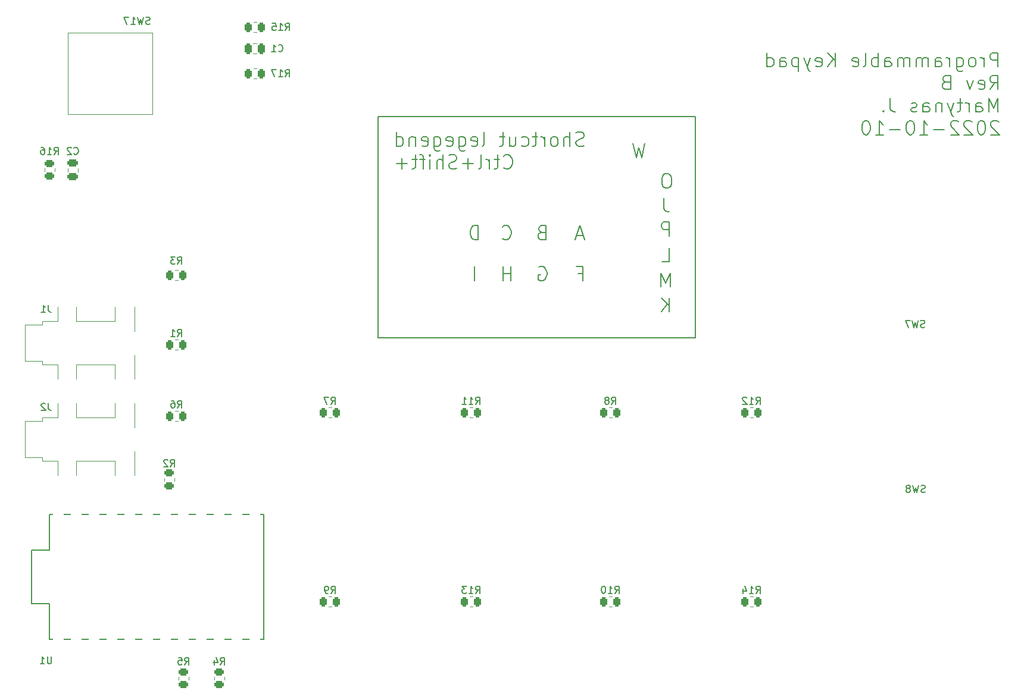
<source format=gbo>
G04 #@! TF.GenerationSoftware,KiCad,Pcbnew,6.0.8*
G04 #@! TF.CreationDate,2022-10-19T16:45:40+03:00*
G04 #@! TF.ProjectId,keypad,6b657970-6164-42e6-9b69-6361645f7063,B*
G04 #@! TF.SameCoordinates,Original*
G04 #@! TF.FileFunction,Legend,Bot*
G04 #@! TF.FilePolarity,Positive*
%FSLAX46Y46*%
G04 Gerber Fmt 4.6, Leading zero omitted, Abs format (unit mm)*
G04 Created by KiCad (PCBNEW 6.0.8) date 2022-10-19 16:45:40*
%MOMM*%
%LPD*%
G01*
G04 APERTURE LIST*
G04 Aperture macros list*
%AMRoundRect*
0 Rectangle with rounded corners*
0 $1 Rounding radius*
0 $2 $3 $4 $5 $6 $7 $8 $9 X,Y pos of 4 corners*
0 Add a 4 corners polygon primitive as box body*
4,1,4,$2,$3,$4,$5,$6,$7,$8,$9,$2,$3,0*
0 Add four circle primitives for the rounded corners*
1,1,$1+$1,$2,$3*
1,1,$1+$1,$4,$5*
1,1,$1+$1,$6,$7*
1,1,$1+$1,$8,$9*
0 Add four rect primitives between the rounded corners*
20,1,$1+$1,$2,$3,$4,$5,0*
20,1,$1+$1,$4,$5,$6,$7,0*
20,1,$1+$1,$6,$7,$8,$9,0*
20,1,$1+$1,$8,$9,$2,$3,0*%
G04 Aperture macros list end*
%ADD10C,0.150000*%
%ADD11C,0.120000*%
%ADD12R,3.000000X3.000000*%
%ADD13R,4.000000X2.000000*%
%ADD14RoundRect,0.250000X-0.262500X-0.450000X0.262500X-0.450000X0.262500X0.450000X-0.262500X0.450000X0*%
%ADD15RoundRect,0.250000X0.262500X0.450000X-0.262500X0.450000X-0.262500X-0.450000X0.262500X-0.450000X0*%
%ADD16RoundRect,0.250000X-0.250000X-0.475000X0.250000X-0.475000X0.250000X0.475000X-0.250000X0.475000X0*%
%ADD17R,2.800000X2.200000*%
%ADD18R,2.200000X2.800000*%
%ADD19R,1.600000X3.200000*%
%ADD20RoundRect,0.250000X0.450000X-0.262500X0.450000X0.262500X-0.450000X0.262500X-0.450000X-0.262500X0*%
%ADD21RoundRect,0.250000X-0.450000X0.262500X-0.450000X-0.262500X0.450000X-0.262500X0.450000X0.262500X0*%
%ADD22RoundRect,0.250000X-0.475000X0.250000X-0.475000X-0.250000X0.475000X-0.250000X0.475000X0.250000X0*%
G04 APERTURE END LIST*
D10*
X171533809Y-76355761D02*
X171533809Y-74355761D01*
X170771904Y-74355761D01*
X170581428Y-74451000D01*
X170486190Y-74546238D01*
X170390952Y-74736714D01*
X170390952Y-75022428D01*
X170486190Y-75212904D01*
X170581428Y-75308142D01*
X170771904Y-75403380D01*
X171533809Y-75403380D01*
X130116000Y-59322000D02*
X175201000Y-59322000D01*
X175201000Y-59322000D02*
X175201000Y-90818000D01*
X175201000Y-90818000D02*
X130116000Y-90818000D01*
X130116000Y-90818000D02*
X130116000Y-59322000D01*
X170724285Y-70926761D02*
X170724285Y-72355333D01*
X170819523Y-72641047D01*
X171010000Y-72831523D01*
X171295714Y-72926761D01*
X171486190Y-72926761D01*
X171327476Y-67497761D02*
X170946523Y-67497761D01*
X170756047Y-67593000D01*
X170565571Y-67783476D01*
X170470333Y-68164428D01*
X170470333Y-68831095D01*
X170565571Y-69212047D01*
X170756047Y-69402523D01*
X170946523Y-69497761D01*
X171327476Y-69497761D01*
X171517952Y-69402523D01*
X171708428Y-69212047D01*
X171803666Y-68831095D01*
X171803666Y-68164428D01*
X171708428Y-67783476D01*
X171517952Y-67593000D01*
X171327476Y-67497761D01*
X152960190Y-80801000D02*
X153150666Y-80705761D01*
X153436380Y-80705761D01*
X153722095Y-80801000D01*
X153912571Y-80991476D01*
X154007809Y-81181952D01*
X154103047Y-81562904D01*
X154103047Y-81848619D01*
X154007809Y-82229571D01*
X153912571Y-82420047D01*
X153722095Y-82610523D01*
X153436380Y-82705761D01*
X153245904Y-82705761D01*
X152960190Y-82610523D01*
X152864952Y-82515285D01*
X152864952Y-81848619D01*
X153245904Y-81848619D01*
X168057142Y-63179761D02*
X167580952Y-65179761D01*
X167200000Y-63751190D01*
X166819047Y-65179761D01*
X166342857Y-63179761D01*
X218264509Y-52272561D02*
X218264509Y-50272561D01*
X217502604Y-50272561D01*
X217312128Y-50367800D01*
X217216890Y-50463038D01*
X217121652Y-50653514D01*
X217121652Y-50939228D01*
X217216890Y-51129704D01*
X217312128Y-51224942D01*
X217502604Y-51320180D01*
X218264509Y-51320180D01*
X216264509Y-52272561D02*
X216264509Y-50939228D01*
X216264509Y-51320180D02*
X216169271Y-51129704D01*
X216074033Y-51034466D01*
X215883557Y-50939228D01*
X215693080Y-50939228D01*
X214740700Y-52272561D02*
X214931176Y-52177323D01*
X215026414Y-52082085D01*
X215121652Y-51891609D01*
X215121652Y-51320180D01*
X215026414Y-51129704D01*
X214931176Y-51034466D01*
X214740700Y-50939228D01*
X214454985Y-50939228D01*
X214264509Y-51034466D01*
X214169271Y-51129704D01*
X214074033Y-51320180D01*
X214074033Y-51891609D01*
X214169271Y-52082085D01*
X214264509Y-52177323D01*
X214454985Y-52272561D01*
X214740700Y-52272561D01*
X212359747Y-50939228D02*
X212359747Y-52558276D01*
X212454985Y-52748752D01*
X212550223Y-52843990D01*
X212740700Y-52939228D01*
X213026414Y-52939228D01*
X213216890Y-52843990D01*
X212359747Y-52177323D02*
X212550223Y-52272561D01*
X212931176Y-52272561D01*
X213121652Y-52177323D01*
X213216890Y-52082085D01*
X213312128Y-51891609D01*
X213312128Y-51320180D01*
X213216890Y-51129704D01*
X213121652Y-51034466D01*
X212931176Y-50939228D01*
X212550223Y-50939228D01*
X212359747Y-51034466D01*
X211407366Y-52272561D02*
X211407366Y-50939228D01*
X211407366Y-51320180D02*
X211312128Y-51129704D01*
X211216890Y-51034466D01*
X211026414Y-50939228D01*
X210835938Y-50939228D01*
X209312128Y-52272561D02*
X209312128Y-51224942D01*
X209407366Y-51034466D01*
X209597842Y-50939228D01*
X209978795Y-50939228D01*
X210169271Y-51034466D01*
X209312128Y-52177323D02*
X209502604Y-52272561D01*
X209978795Y-52272561D01*
X210169271Y-52177323D01*
X210264509Y-51986847D01*
X210264509Y-51796371D01*
X210169271Y-51605895D01*
X209978795Y-51510657D01*
X209502604Y-51510657D01*
X209312128Y-51415419D01*
X208359747Y-52272561D02*
X208359747Y-50939228D01*
X208359747Y-51129704D02*
X208264509Y-51034466D01*
X208074033Y-50939228D01*
X207788319Y-50939228D01*
X207597842Y-51034466D01*
X207502604Y-51224942D01*
X207502604Y-52272561D01*
X207502604Y-51224942D02*
X207407366Y-51034466D01*
X207216890Y-50939228D01*
X206931176Y-50939228D01*
X206740700Y-51034466D01*
X206645461Y-51224942D01*
X206645461Y-52272561D01*
X205693080Y-52272561D02*
X205693080Y-50939228D01*
X205693080Y-51129704D02*
X205597842Y-51034466D01*
X205407366Y-50939228D01*
X205121652Y-50939228D01*
X204931176Y-51034466D01*
X204835938Y-51224942D01*
X204835938Y-52272561D01*
X204835938Y-51224942D02*
X204740700Y-51034466D01*
X204550223Y-50939228D01*
X204264509Y-50939228D01*
X204074033Y-51034466D01*
X203978795Y-51224942D01*
X203978795Y-52272561D01*
X202169271Y-52272561D02*
X202169271Y-51224942D01*
X202264509Y-51034466D01*
X202454985Y-50939228D01*
X202835938Y-50939228D01*
X203026414Y-51034466D01*
X202169271Y-52177323D02*
X202359747Y-52272561D01*
X202835938Y-52272561D01*
X203026414Y-52177323D01*
X203121652Y-51986847D01*
X203121652Y-51796371D01*
X203026414Y-51605895D01*
X202835938Y-51510657D01*
X202359747Y-51510657D01*
X202169271Y-51415419D01*
X201216890Y-52272561D02*
X201216890Y-50272561D01*
X201216890Y-51034466D02*
X201026414Y-50939228D01*
X200645461Y-50939228D01*
X200454985Y-51034466D01*
X200359747Y-51129704D01*
X200264509Y-51320180D01*
X200264509Y-51891609D01*
X200359747Y-52082085D01*
X200454985Y-52177323D01*
X200645461Y-52272561D01*
X201026414Y-52272561D01*
X201216890Y-52177323D01*
X199121652Y-52272561D02*
X199312128Y-52177323D01*
X199407366Y-51986847D01*
X199407366Y-50272561D01*
X197597842Y-52177323D02*
X197788319Y-52272561D01*
X198169271Y-52272561D01*
X198359747Y-52177323D01*
X198454985Y-51986847D01*
X198454985Y-51224942D01*
X198359747Y-51034466D01*
X198169271Y-50939228D01*
X197788319Y-50939228D01*
X197597842Y-51034466D01*
X197502604Y-51224942D01*
X197502604Y-51415419D01*
X198454985Y-51605895D01*
X195121652Y-52272561D02*
X195121652Y-50272561D01*
X193978795Y-52272561D02*
X194835938Y-51129704D01*
X193978795Y-50272561D02*
X195121652Y-51415419D01*
X192359747Y-52177323D02*
X192550223Y-52272561D01*
X192931176Y-52272561D01*
X193121652Y-52177323D01*
X193216890Y-51986847D01*
X193216890Y-51224942D01*
X193121652Y-51034466D01*
X192931176Y-50939228D01*
X192550223Y-50939228D01*
X192359747Y-51034466D01*
X192264509Y-51224942D01*
X192264509Y-51415419D01*
X193216890Y-51605895D01*
X191597842Y-50939228D02*
X191121652Y-52272561D01*
X190645461Y-50939228D02*
X191121652Y-52272561D01*
X191312128Y-52748752D01*
X191407366Y-52843990D01*
X191597842Y-52939228D01*
X189883557Y-50939228D02*
X189883557Y-52939228D01*
X189883557Y-51034466D02*
X189693080Y-50939228D01*
X189312128Y-50939228D01*
X189121652Y-51034466D01*
X189026414Y-51129704D01*
X188931176Y-51320180D01*
X188931176Y-51891609D01*
X189026414Y-52082085D01*
X189121652Y-52177323D01*
X189312128Y-52272561D01*
X189693080Y-52272561D01*
X189883557Y-52177323D01*
X187216890Y-52272561D02*
X187216890Y-51224942D01*
X187312128Y-51034466D01*
X187502604Y-50939228D01*
X187883557Y-50939228D01*
X188074033Y-51034466D01*
X187216890Y-52177323D02*
X187407366Y-52272561D01*
X187883557Y-52272561D01*
X188074033Y-52177323D01*
X188169271Y-51986847D01*
X188169271Y-51796371D01*
X188074033Y-51605895D01*
X187883557Y-51510657D01*
X187407366Y-51510657D01*
X187216890Y-51415419D01*
X185407366Y-52272561D02*
X185407366Y-50272561D01*
X185407366Y-52177323D02*
X185597842Y-52272561D01*
X185978795Y-52272561D01*
X186169271Y-52177323D01*
X186264509Y-52082085D01*
X186359747Y-51891609D01*
X186359747Y-51320180D01*
X186264509Y-51129704D01*
X186169271Y-51034466D01*
X185978795Y-50939228D01*
X185597842Y-50939228D01*
X185407366Y-51034466D01*
X217121652Y-55492561D02*
X217788319Y-54540180D01*
X218264509Y-55492561D02*
X218264509Y-53492561D01*
X217502604Y-53492561D01*
X217312128Y-53587800D01*
X217216890Y-53683038D01*
X217121652Y-53873514D01*
X217121652Y-54159228D01*
X217216890Y-54349704D01*
X217312128Y-54444942D01*
X217502604Y-54540180D01*
X218264509Y-54540180D01*
X215502604Y-55397323D02*
X215693080Y-55492561D01*
X216074033Y-55492561D01*
X216264509Y-55397323D01*
X216359747Y-55206847D01*
X216359747Y-54444942D01*
X216264509Y-54254466D01*
X216074033Y-54159228D01*
X215693080Y-54159228D01*
X215502604Y-54254466D01*
X215407366Y-54444942D01*
X215407366Y-54635419D01*
X216359747Y-54825895D01*
X214740700Y-54159228D02*
X214264509Y-55492561D01*
X213788319Y-54159228D01*
X210835938Y-54444942D02*
X210550223Y-54540180D01*
X210454985Y-54635419D01*
X210359747Y-54825895D01*
X210359747Y-55111609D01*
X210454985Y-55302085D01*
X210550223Y-55397323D01*
X210740700Y-55492561D01*
X211502604Y-55492561D01*
X211502604Y-53492561D01*
X210835938Y-53492561D01*
X210645461Y-53587800D01*
X210550223Y-53683038D01*
X210454985Y-53873514D01*
X210454985Y-54063990D01*
X210550223Y-54254466D01*
X210645461Y-54349704D01*
X210835938Y-54444942D01*
X211502604Y-54444942D01*
X218264509Y-58712561D02*
X218264509Y-56712561D01*
X217597842Y-58141133D01*
X216931176Y-56712561D01*
X216931176Y-58712561D01*
X215121652Y-58712561D02*
X215121652Y-57664942D01*
X215216890Y-57474466D01*
X215407366Y-57379228D01*
X215788319Y-57379228D01*
X215978795Y-57474466D01*
X215121652Y-58617323D02*
X215312128Y-58712561D01*
X215788319Y-58712561D01*
X215978795Y-58617323D01*
X216074033Y-58426847D01*
X216074033Y-58236371D01*
X215978795Y-58045895D01*
X215788319Y-57950657D01*
X215312128Y-57950657D01*
X215121652Y-57855419D01*
X214169271Y-58712561D02*
X214169271Y-57379228D01*
X214169271Y-57760180D02*
X214074033Y-57569704D01*
X213978795Y-57474466D01*
X213788319Y-57379228D01*
X213597842Y-57379228D01*
X213216890Y-57379228D02*
X212454985Y-57379228D01*
X212931176Y-56712561D02*
X212931176Y-58426847D01*
X212835938Y-58617323D01*
X212645461Y-58712561D01*
X212454985Y-58712561D01*
X211978795Y-57379228D02*
X211502604Y-58712561D01*
X211026414Y-57379228D02*
X211502604Y-58712561D01*
X211693080Y-59188752D01*
X211788319Y-59283990D01*
X211978795Y-59379228D01*
X210264509Y-57379228D02*
X210264509Y-58712561D01*
X210264509Y-57569704D02*
X210169271Y-57474466D01*
X209978795Y-57379228D01*
X209693080Y-57379228D01*
X209502604Y-57474466D01*
X209407366Y-57664942D01*
X209407366Y-58712561D01*
X207597842Y-58712561D02*
X207597842Y-57664942D01*
X207693080Y-57474466D01*
X207883557Y-57379228D01*
X208264509Y-57379228D01*
X208454985Y-57474466D01*
X207597842Y-58617323D02*
X207788319Y-58712561D01*
X208264509Y-58712561D01*
X208454985Y-58617323D01*
X208550223Y-58426847D01*
X208550223Y-58236371D01*
X208454985Y-58045895D01*
X208264509Y-57950657D01*
X207788319Y-57950657D01*
X207597842Y-57855419D01*
X206740700Y-58617323D02*
X206550223Y-58712561D01*
X206169271Y-58712561D01*
X205978795Y-58617323D01*
X205883557Y-58426847D01*
X205883557Y-58331609D01*
X205978795Y-58141133D01*
X206169271Y-58045895D01*
X206454985Y-58045895D01*
X206645461Y-57950657D01*
X206740700Y-57760180D01*
X206740700Y-57664942D01*
X206645461Y-57474466D01*
X206454985Y-57379228D01*
X206169271Y-57379228D01*
X205978795Y-57474466D01*
X202931176Y-56712561D02*
X202931176Y-58141133D01*
X203026414Y-58426847D01*
X203216890Y-58617323D01*
X203502604Y-58712561D01*
X203693080Y-58712561D01*
X201978795Y-58522085D02*
X201883557Y-58617323D01*
X201978795Y-58712561D01*
X202074033Y-58617323D01*
X201978795Y-58522085D01*
X201978795Y-58712561D01*
X218359747Y-60123038D02*
X218264509Y-60027800D01*
X218074033Y-59932561D01*
X217597842Y-59932561D01*
X217407366Y-60027800D01*
X217312128Y-60123038D01*
X217216890Y-60313514D01*
X217216890Y-60503990D01*
X217312128Y-60789704D01*
X218454985Y-61932561D01*
X217216890Y-61932561D01*
X215978795Y-59932561D02*
X215788319Y-59932561D01*
X215597842Y-60027800D01*
X215502604Y-60123038D01*
X215407366Y-60313514D01*
X215312128Y-60694466D01*
X215312128Y-61170657D01*
X215407366Y-61551609D01*
X215502604Y-61742085D01*
X215597842Y-61837323D01*
X215788319Y-61932561D01*
X215978795Y-61932561D01*
X216169271Y-61837323D01*
X216264509Y-61742085D01*
X216359747Y-61551609D01*
X216454985Y-61170657D01*
X216454985Y-60694466D01*
X216359747Y-60313514D01*
X216264509Y-60123038D01*
X216169271Y-60027800D01*
X215978795Y-59932561D01*
X214550223Y-60123038D02*
X214454985Y-60027800D01*
X214264509Y-59932561D01*
X213788319Y-59932561D01*
X213597842Y-60027800D01*
X213502604Y-60123038D01*
X213407366Y-60313514D01*
X213407366Y-60503990D01*
X213502604Y-60789704D01*
X214645461Y-61932561D01*
X213407366Y-61932561D01*
X212645461Y-60123038D02*
X212550223Y-60027800D01*
X212359747Y-59932561D01*
X211883557Y-59932561D01*
X211693080Y-60027800D01*
X211597842Y-60123038D01*
X211502604Y-60313514D01*
X211502604Y-60503990D01*
X211597842Y-60789704D01*
X212740700Y-61932561D01*
X211502604Y-61932561D01*
X210645461Y-61170657D02*
X209121652Y-61170657D01*
X207121652Y-61932561D02*
X208264509Y-61932561D01*
X207693080Y-61932561D02*
X207693080Y-59932561D01*
X207883557Y-60218276D01*
X208074033Y-60408752D01*
X208264509Y-60503990D01*
X205883557Y-59932561D02*
X205693080Y-59932561D01*
X205502604Y-60027800D01*
X205407366Y-60123038D01*
X205312128Y-60313514D01*
X205216890Y-60694466D01*
X205216890Y-61170657D01*
X205312128Y-61551609D01*
X205407366Y-61742085D01*
X205502604Y-61837323D01*
X205693080Y-61932561D01*
X205883557Y-61932561D01*
X206074033Y-61837323D01*
X206169271Y-61742085D01*
X206264509Y-61551609D01*
X206359747Y-61170657D01*
X206359747Y-60694466D01*
X206264509Y-60313514D01*
X206169271Y-60123038D01*
X206074033Y-60027800D01*
X205883557Y-59932561D01*
X204359747Y-61170657D02*
X202835938Y-61170657D01*
X200835938Y-61932561D02*
X201978795Y-61932561D01*
X201407366Y-61932561D02*
X201407366Y-59932561D01*
X201597842Y-60218276D01*
X201788319Y-60408752D01*
X201978795Y-60503990D01*
X199597842Y-59932561D02*
X199407366Y-59932561D01*
X199216890Y-60027800D01*
X199121652Y-60123038D01*
X199026414Y-60313514D01*
X198931176Y-60694466D01*
X198931176Y-61170657D01*
X199026414Y-61551609D01*
X199121652Y-61742085D01*
X199216890Y-61837323D01*
X199407366Y-61932561D01*
X199597842Y-61932561D01*
X199788319Y-61837323D01*
X199883557Y-61742085D01*
X199978795Y-61551609D01*
X200074033Y-61170657D01*
X200074033Y-60694466D01*
X199978795Y-60313514D01*
X199883557Y-60123038D01*
X199788319Y-60027800D01*
X199597842Y-59932561D01*
X158532285Y-81658142D02*
X159198952Y-81658142D01*
X159198952Y-82705761D02*
X159198952Y-80705761D01*
X158246571Y-80705761D01*
X171533809Y-87150761D02*
X171533809Y-85150761D01*
X170390952Y-87150761D02*
X171248095Y-86007904D01*
X170390952Y-85150761D02*
X171533809Y-86293619D01*
X159294190Y-76292333D02*
X158341809Y-76292333D01*
X159484666Y-76863761D02*
X158818000Y-74863761D01*
X158151333Y-76863761D01*
X144355809Y-76863761D02*
X144355809Y-74863761D01*
X143879619Y-74863761D01*
X143593904Y-74959000D01*
X143403428Y-75149476D01*
X143308190Y-75339952D01*
X143212952Y-75720904D01*
X143212952Y-76006619D01*
X143308190Y-76387571D01*
X143403428Y-76578047D01*
X143593904Y-76768523D01*
X143879619Y-76863761D01*
X144355809Y-76863761D01*
X143832000Y-82705761D02*
X143832000Y-80705761D01*
X170517952Y-80038761D02*
X171470333Y-80038761D01*
X171470333Y-78038761D01*
X171676666Y-83594761D02*
X171676666Y-81594761D01*
X171010000Y-83023333D01*
X170343333Y-81594761D01*
X170343333Y-83594761D01*
X153341142Y-75816142D02*
X153055428Y-75911380D01*
X152960190Y-76006619D01*
X152864952Y-76197095D01*
X152864952Y-76482809D01*
X152960190Y-76673285D01*
X153055428Y-76768523D01*
X153245904Y-76863761D01*
X154007809Y-76863761D01*
X154007809Y-74863761D01*
X153341142Y-74863761D01*
X153150666Y-74959000D01*
X153055428Y-75054238D01*
X152960190Y-75244714D01*
X152960190Y-75435190D01*
X153055428Y-75625666D01*
X153150666Y-75720904D01*
X153341142Y-75816142D01*
X154007809Y-75816142D01*
X159388357Y-63474523D02*
X159102642Y-63569761D01*
X158626452Y-63569761D01*
X158435976Y-63474523D01*
X158340738Y-63379285D01*
X158245500Y-63188809D01*
X158245500Y-62998333D01*
X158340738Y-62807857D01*
X158435976Y-62712619D01*
X158626452Y-62617380D01*
X159007404Y-62522142D01*
X159197880Y-62426904D01*
X159293119Y-62331666D01*
X159388357Y-62141190D01*
X159388357Y-61950714D01*
X159293119Y-61760238D01*
X159197880Y-61665000D01*
X159007404Y-61569761D01*
X158531214Y-61569761D01*
X158245500Y-61665000D01*
X157388357Y-63569761D02*
X157388357Y-61569761D01*
X156531214Y-63569761D02*
X156531214Y-62522142D01*
X156626452Y-62331666D01*
X156816928Y-62236428D01*
X157102642Y-62236428D01*
X157293119Y-62331666D01*
X157388357Y-62426904D01*
X155293119Y-63569761D02*
X155483595Y-63474523D01*
X155578833Y-63379285D01*
X155674071Y-63188809D01*
X155674071Y-62617380D01*
X155578833Y-62426904D01*
X155483595Y-62331666D01*
X155293119Y-62236428D01*
X155007404Y-62236428D01*
X154816928Y-62331666D01*
X154721690Y-62426904D01*
X154626452Y-62617380D01*
X154626452Y-63188809D01*
X154721690Y-63379285D01*
X154816928Y-63474523D01*
X155007404Y-63569761D01*
X155293119Y-63569761D01*
X153769309Y-63569761D02*
X153769309Y-62236428D01*
X153769309Y-62617380D02*
X153674071Y-62426904D01*
X153578833Y-62331666D01*
X153388357Y-62236428D01*
X153197880Y-62236428D01*
X152816928Y-62236428D02*
X152055023Y-62236428D01*
X152531214Y-61569761D02*
X152531214Y-63284047D01*
X152435976Y-63474523D01*
X152245500Y-63569761D01*
X152055023Y-63569761D01*
X150531214Y-63474523D02*
X150721690Y-63569761D01*
X151102642Y-63569761D01*
X151293119Y-63474523D01*
X151388357Y-63379285D01*
X151483595Y-63188809D01*
X151483595Y-62617380D01*
X151388357Y-62426904D01*
X151293119Y-62331666D01*
X151102642Y-62236428D01*
X150721690Y-62236428D01*
X150531214Y-62331666D01*
X148816928Y-62236428D02*
X148816928Y-63569761D01*
X149674071Y-62236428D02*
X149674071Y-63284047D01*
X149578833Y-63474523D01*
X149388357Y-63569761D01*
X149102642Y-63569761D01*
X148912166Y-63474523D01*
X148816928Y-63379285D01*
X148150261Y-62236428D02*
X147388357Y-62236428D01*
X147864547Y-61569761D02*
X147864547Y-63284047D01*
X147769309Y-63474523D01*
X147578833Y-63569761D01*
X147388357Y-63569761D01*
X144912166Y-63569761D02*
X145102642Y-63474523D01*
X145197880Y-63284047D01*
X145197880Y-61569761D01*
X143388357Y-63474523D02*
X143578833Y-63569761D01*
X143959785Y-63569761D01*
X144150261Y-63474523D01*
X144245500Y-63284047D01*
X144245500Y-62522142D01*
X144150261Y-62331666D01*
X143959785Y-62236428D01*
X143578833Y-62236428D01*
X143388357Y-62331666D01*
X143293119Y-62522142D01*
X143293119Y-62712619D01*
X144245500Y-62903095D01*
X141578833Y-62236428D02*
X141578833Y-63855476D01*
X141674071Y-64045952D01*
X141769309Y-64141190D01*
X141959785Y-64236428D01*
X142245500Y-64236428D01*
X142435976Y-64141190D01*
X141578833Y-63474523D02*
X141769309Y-63569761D01*
X142150261Y-63569761D01*
X142340738Y-63474523D01*
X142435976Y-63379285D01*
X142531214Y-63188809D01*
X142531214Y-62617380D01*
X142435976Y-62426904D01*
X142340738Y-62331666D01*
X142150261Y-62236428D01*
X141769309Y-62236428D01*
X141578833Y-62331666D01*
X139864547Y-63474523D02*
X140055023Y-63569761D01*
X140435976Y-63569761D01*
X140626452Y-63474523D01*
X140721690Y-63284047D01*
X140721690Y-62522142D01*
X140626452Y-62331666D01*
X140435976Y-62236428D01*
X140055023Y-62236428D01*
X139864547Y-62331666D01*
X139769309Y-62522142D01*
X139769309Y-62712619D01*
X140721690Y-62903095D01*
X138055023Y-62236428D02*
X138055023Y-63855476D01*
X138150261Y-64045952D01*
X138245500Y-64141190D01*
X138435976Y-64236428D01*
X138721690Y-64236428D01*
X138912166Y-64141190D01*
X138055023Y-63474523D02*
X138245500Y-63569761D01*
X138626452Y-63569761D01*
X138816928Y-63474523D01*
X138912166Y-63379285D01*
X139007404Y-63188809D01*
X139007404Y-62617380D01*
X138912166Y-62426904D01*
X138816928Y-62331666D01*
X138626452Y-62236428D01*
X138245500Y-62236428D01*
X138055023Y-62331666D01*
X136340738Y-63474523D02*
X136531214Y-63569761D01*
X136912166Y-63569761D01*
X137102642Y-63474523D01*
X137197880Y-63284047D01*
X137197880Y-62522142D01*
X137102642Y-62331666D01*
X136912166Y-62236428D01*
X136531214Y-62236428D01*
X136340738Y-62331666D01*
X136245500Y-62522142D01*
X136245500Y-62712619D01*
X137197880Y-62903095D01*
X135388357Y-62236428D02*
X135388357Y-63569761D01*
X135388357Y-62426904D02*
X135293119Y-62331666D01*
X135102642Y-62236428D01*
X134816928Y-62236428D01*
X134626452Y-62331666D01*
X134531214Y-62522142D01*
X134531214Y-63569761D01*
X132721690Y-63569761D02*
X132721690Y-61569761D01*
X132721690Y-63474523D02*
X132912166Y-63569761D01*
X133293119Y-63569761D01*
X133483595Y-63474523D01*
X133578833Y-63379285D01*
X133674071Y-63188809D01*
X133674071Y-62617380D01*
X133578833Y-62426904D01*
X133483595Y-62331666D01*
X133293119Y-62236428D01*
X132912166Y-62236428D01*
X132721690Y-62331666D01*
X147959785Y-66599285D02*
X148055023Y-66694523D01*
X148340738Y-66789761D01*
X148531214Y-66789761D01*
X148816928Y-66694523D01*
X149007404Y-66504047D01*
X149102642Y-66313571D01*
X149197880Y-65932619D01*
X149197880Y-65646904D01*
X149102642Y-65265952D01*
X149007404Y-65075476D01*
X148816928Y-64885000D01*
X148531214Y-64789761D01*
X148340738Y-64789761D01*
X148055023Y-64885000D01*
X147959785Y-64980238D01*
X147388357Y-65456428D02*
X146626452Y-65456428D01*
X147102642Y-64789761D02*
X147102642Y-66504047D01*
X147007404Y-66694523D01*
X146816928Y-66789761D01*
X146626452Y-66789761D01*
X145959785Y-66789761D02*
X145959785Y-65456428D01*
X145959785Y-65837380D02*
X145864547Y-65646904D01*
X145769309Y-65551666D01*
X145578833Y-65456428D01*
X145388357Y-65456428D01*
X144435976Y-66789761D02*
X144626452Y-66694523D01*
X144721690Y-66504047D01*
X144721690Y-64789761D01*
X143674071Y-66027857D02*
X142150261Y-66027857D01*
X142912166Y-66789761D02*
X142912166Y-65265952D01*
X141293119Y-66694523D02*
X141007404Y-66789761D01*
X140531214Y-66789761D01*
X140340738Y-66694523D01*
X140245500Y-66599285D01*
X140150261Y-66408809D01*
X140150261Y-66218333D01*
X140245500Y-66027857D01*
X140340738Y-65932619D01*
X140531214Y-65837380D01*
X140912166Y-65742142D01*
X141102642Y-65646904D01*
X141197880Y-65551666D01*
X141293119Y-65361190D01*
X141293119Y-65170714D01*
X141197880Y-64980238D01*
X141102642Y-64885000D01*
X140912166Y-64789761D01*
X140435976Y-64789761D01*
X140150261Y-64885000D01*
X139293119Y-66789761D02*
X139293119Y-64789761D01*
X138435976Y-66789761D02*
X138435976Y-65742142D01*
X138531214Y-65551666D01*
X138721690Y-65456428D01*
X139007404Y-65456428D01*
X139197880Y-65551666D01*
X139293119Y-65646904D01*
X137483595Y-66789761D02*
X137483595Y-65456428D01*
X137483595Y-64789761D02*
X137578833Y-64885000D01*
X137483595Y-64980238D01*
X137388357Y-64885000D01*
X137483595Y-64789761D01*
X137483595Y-64980238D01*
X136816928Y-65456428D02*
X136055023Y-65456428D01*
X136531214Y-66789761D02*
X136531214Y-65075476D01*
X136435976Y-64885000D01*
X136245500Y-64789761D01*
X136055023Y-64789761D01*
X135674071Y-65456428D02*
X134912166Y-65456428D01*
X135388357Y-64789761D02*
X135388357Y-66504047D01*
X135293119Y-66694523D01*
X135102642Y-66789761D01*
X134912166Y-66789761D01*
X134245500Y-66027857D02*
X132721690Y-66027857D01*
X133483595Y-66789761D02*
X133483595Y-65265952D01*
X147784952Y-76673285D02*
X147880190Y-76768523D01*
X148165904Y-76863761D01*
X148356380Y-76863761D01*
X148642095Y-76768523D01*
X148832571Y-76578047D01*
X148927809Y-76387571D01*
X149023047Y-76006619D01*
X149023047Y-75720904D01*
X148927809Y-75339952D01*
X148832571Y-75149476D01*
X148642095Y-74959000D01*
X148356380Y-74863761D01*
X148165904Y-74863761D01*
X147880190Y-74959000D01*
X147784952Y-75054238D01*
X148975428Y-82705761D02*
X148975428Y-80705761D01*
X148975428Y-81658142D02*
X147832571Y-81658142D01*
X147832571Y-82705761D02*
X147832571Y-80705761D01*
X207877933Y-112812761D02*
X207735076Y-112860380D01*
X207496980Y-112860380D01*
X207401742Y-112812761D01*
X207354123Y-112765142D01*
X207306504Y-112669904D01*
X207306504Y-112574666D01*
X207354123Y-112479428D01*
X207401742Y-112431809D01*
X207496980Y-112384190D01*
X207687457Y-112336571D01*
X207782695Y-112288952D01*
X207830314Y-112241333D01*
X207877933Y-112146095D01*
X207877933Y-112050857D01*
X207830314Y-111955619D01*
X207782695Y-111908000D01*
X207687457Y-111860380D01*
X207449361Y-111860380D01*
X207306504Y-111908000D01*
X206973171Y-111860380D02*
X206735076Y-112860380D01*
X206544600Y-112146095D01*
X206354123Y-112860380D01*
X206116028Y-111860380D01*
X205592219Y-112288952D02*
X205687457Y-112241333D01*
X205735076Y-112193714D01*
X205782695Y-112098476D01*
X205782695Y-112050857D01*
X205735076Y-111955619D01*
X205687457Y-111908000D01*
X205592219Y-111860380D01*
X205401742Y-111860380D01*
X205306504Y-111908000D01*
X205258885Y-111955619D01*
X205211266Y-112050857D01*
X205211266Y-112098476D01*
X205258885Y-112193714D01*
X205306504Y-112241333D01*
X205401742Y-112288952D01*
X205592219Y-112288952D01*
X205687457Y-112336571D01*
X205735076Y-112384190D01*
X205782695Y-112479428D01*
X205782695Y-112669904D01*
X205735076Y-112765142D01*
X205687457Y-112812761D01*
X205592219Y-112860380D01*
X205401742Y-112860380D01*
X205306504Y-112812761D01*
X205258885Y-112765142D01*
X205211266Y-112669904D01*
X205211266Y-112479428D01*
X205258885Y-112384190D01*
X205306504Y-112336571D01*
X205401742Y-112288952D01*
X207827133Y-89317761D02*
X207684276Y-89365380D01*
X207446180Y-89365380D01*
X207350942Y-89317761D01*
X207303323Y-89270142D01*
X207255704Y-89174904D01*
X207255704Y-89079666D01*
X207303323Y-88984428D01*
X207350942Y-88936809D01*
X207446180Y-88889190D01*
X207636657Y-88841571D01*
X207731895Y-88793952D01*
X207779514Y-88746333D01*
X207827133Y-88651095D01*
X207827133Y-88555857D01*
X207779514Y-88460619D01*
X207731895Y-88413000D01*
X207636657Y-88365380D01*
X207398561Y-88365380D01*
X207255704Y-88413000D01*
X206922371Y-88365380D02*
X206684276Y-89365380D01*
X206493800Y-88651095D01*
X206303323Y-89365380D01*
X206065228Y-88365380D01*
X205779514Y-88365380D02*
X205112847Y-88365380D01*
X205541419Y-89365380D01*
X97635523Y-46137761D02*
X97492666Y-46185380D01*
X97254571Y-46185380D01*
X97159333Y-46137761D01*
X97111714Y-46090142D01*
X97064095Y-45994904D01*
X97064095Y-45899666D01*
X97111714Y-45804428D01*
X97159333Y-45756809D01*
X97254571Y-45709190D01*
X97445047Y-45661571D01*
X97540285Y-45613952D01*
X97587904Y-45566333D01*
X97635523Y-45471095D01*
X97635523Y-45375857D01*
X97587904Y-45280619D01*
X97540285Y-45233000D01*
X97445047Y-45185380D01*
X97206952Y-45185380D01*
X97064095Y-45233000D01*
X96730761Y-45185380D02*
X96492666Y-46185380D01*
X96302190Y-45471095D01*
X96111714Y-46185380D01*
X95873619Y-45185380D01*
X94968857Y-46185380D02*
X95540285Y-46185380D01*
X95254571Y-46185380D02*
X95254571Y-45185380D01*
X95349809Y-45328238D01*
X95445047Y-45423476D01*
X95540285Y-45471095D01*
X94635523Y-45185380D02*
X93968857Y-45185380D01*
X94397428Y-46185380D01*
X116915857Y-47074380D02*
X117249190Y-46598190D01*
X117487285Y-47074380D02*
X117487285Y-46074380D01*
X117106333Y-46074380D01*
X117011095Y-46122000D01*
X116963476Y-46169619D01*
X116915857Y-46264857D01*
X116915857Y-46407714D01*
X116963476Y-46502952D01*
X117011095Y-46550571D01*
X117106333Y-46598190D01*
X117487285Y-46598190D01*
X115963476Y-47074380D02*
X116534904Y-47074380D01*
X116249190Y-47074380D02*
X116249190Y-46074380D01*
X116344428Y-46217238D01*
X116439666Y-46312476D01*
X116534904Y-46360095D01*
X115058714Y-46074380D02*
X115534904Y-46074380D01*
X115582523Y-46550571D01*
X115534904Y-46502952D01*
X115439666Y-46455333D01*
X115201571Y-46455333D01*
X115106333Y-46502952D01*
X115058714Y-46550571D01*
X115011095Y-46645809D01*
X115011095Y-46883904D01*
X115058714Y-46979142D01*
X115106333Y-47026761D01*
X115201571Y-47074380D01*
X115439666Y-47074380D01*
X115534904Y-47026761D01*
X115582523Y-46979142D01*
X101580666Y-80348380D02*
X101914000Y-79872190D01*
X102152095Y-80348380D02*
X102152095Y-79348380D01*
X101771142Y-79348380D01*
X101675904Y-79396000D01*
X101628285Y-79443619D01*
X101580666Y-79538857D01*
X101580666Y-79681714D01*
X101628285Y-79776952D01*
X101675904Y-79824571D01*
X101771142Y-79872190D01*
X102152095Y-79872190D01*
X101247333Y-79348380D02*
X100628285Y-79348380D01*
X100961619Y-79729333D01*
X100818761Y-79729333D01*
X100723523Y-79776952D01*
X100675904Y-79824571D01*
X100628285Y-79919809D01*
X100628285Y-80157904D01*
X100675904Y-80253142D01*
X100723523Y-80300761D01*
X100818761Y-80348380D01*
X101104476Y-80348380D01*
X101199714Y-80300761D01*
X101247333Y-80253142D01*
X123424666Y-127212380D02*
X123758000Y-126736190D01*
X123996095Y-127212380D02*
X123996095Y-126212380D01*
X123615142Y-126212380D01*
X123519904Y-126260000D01*
X123472285Y-126307619D01*
X123424666Y-126402857D01*
X123424666Y-126545714D01*
X123472285Y-126640952D01*
X123519904Y-126688571D01*
X123615142Y-126736190D01*
X123996095Y-126736190D01*
X122948476Y-127212380D02*
X122758000Y-127212380D01*
X122662761Y-127164761D01*
X122615142Y-127117142D01*
X122519904Y-126974285D01*
X122472285Y-126783809D01*
X122472285Y-126402857D01*
X122519904Y-126307619D01*
X122567523Y-126260000D01*
X122662761Y-126212380D01*
X122853238Y-126212380D01*
X122948476Y-126260000D01*
X122996095Y-126307619D01*
X123043714Y-126402857D01*
X123043714Y-126640952D01*
X122996095Y-126736190D01*
X122948476Y-126783809D01*
X122853238Y-126831428D01*
X122662761Y-126831428D01*
X122567523Y-126783809D01*
X122519904Y-126736190D01*
X122472285Y-126640952D01*
X115931666Y-50027142D02*
X115979285Y-50074761D01*
X116122142Y-50122380D01*
X116217380Y-50122380D01*
X116360238Y-50074761D01*
X116455476Y-49979523D01*
X116503095Y-49884285D01*
X116550714Y-49693809D01*
X116550714Y-49550952D01*
X116503095Y-49360476D01*
X116455476Y-49265238D01*
X116360238Y-49170000D01*
X116217380Y-49122380D01*
X116122142Y-49122380D01*
X115979285Y-49170000D01*
X115931666Y-49217619D01*
X114979285Y-50122380D02*
X115550714Y-50122380D01*
X115265000Y-50122380D02*
X115265000Y-49122380D01*
X115360238Y-49265238D01*
X115455476Y-49360476D01*
X115550714Y-49408095D01*
X101580666Y-100796380D02*
X101914000Y-100320190D01*
X102152095Y-100796380D02*
X102152095Y-99796380D01*
X101771142Y-99796380D01*
X101675904Y-99844000D01*
X101628285Y-99891619D01*
X101580666Y-99986857D01*
X101580666Y-100129714D01*
X101628285Y-100224952D01*
X101675904Y-100272571D01*
X101771142Y-100320190D01*
X102152095Y-100320190D01*
X100723523Y-99796380D02*
X100914000Y-99796380D01*
X101009238Y-99844000D01*
X101056857Y-99891619D01*
X101152095Y-100034476D01*
X101199714Y-100224952D01*
X101199714Y-100605904D01*
X101152095Y-100701142D01*
X101104476Y-100748761D01*
X101009238Y-100796380D01*
X100818761Y-100796380D01*
X100723523Y-100748761D01*
X100675904Y-100701142D01*
X100628285Y-100605904D01*
X100628285Y-100367809D01*
X100675904Y-100272571D01*
X100723523Y-100224952D01*
X100818761Y-100177333D01*
X101009238Y-100177333D01*
X101104476Y-100224952D01*
X101152095Y-100272571D01*
X101199714Y-100367809D01*
X83205333Y-100176380D02*
X83205333Y-100890666D01*
X83252952Y-101033523D01*
X83348190Y-101128761D01*
X83491047Y-101176380D01*
X83586285Y-101176380D01*
X82776761Y-100271619D02*
X82729142Y-100224000D01*
X82633904Y-100176380D01*
X82395809Y-100176380D01*
X82300571Y-100224000D01*
X82252952Y-100271619D01*
X82205333Y-100366857D01*
X82205333Y-100462095D01*
X82252952Y-100604952D01*
X82824380Y-101176380D01*
X82205333Y-101176380D01*
X83633904Y-136244380D02*
X83633904Y-137053904D01*
X83586285Y-137149142D01*
X83538666Y-137196761D01*
X83443428Y-137244380D01*
X83252952Y-137244380D01*
X83157714Y-137196761D01*
X83110095Y-137149142D01*
X83062476Y-137053904D01*
X83062476Y-136244380D01*
X82062476Y-137244380D02*
X82633904Y-137244380D01*
X82348190Y-137244380D02*
X82348190Y-136244380D01*
X82443428Y-136387238D01*
X82538666Y-136482476D01*
X82633904Y-136530095D01*
X84022857Y-64727380D02*
X84356190Y-64251190D01*
X84594285Y-64727380D02*
X84594285Y-63727380D01*
X84213333Y-63727380D01*
X84118095Y-63775000D01*
X84070476Y-63822619D01*
X84022857Y-63917857D01*
X84022857Y-64060714D01*
X84070476Y-64155952D01*
X84118095Y-64203571D01*
X84213333Y-64251190D01*
X84594285Y-64251190D01*
X83070476Y-64727380D02*
X83641904Y-64727380D01*
X83356190Y-64727380D02*
X83356190Y-63727380D01*
X83451428Y-63870238D01*
X83546666Y-63965476D01*
X83641904Y-64013095D01*
X82213333Y-63727380D02*
X82403809Y-63727380D01*
X82499047Y-63775000D01*
X82546666Y-63822619D01*
X82641904Y-63965476D01*
X82689523Y-64155952D01*
X82689523Y-64536904D01*
X82641904Y-64632142D01*
X82594285Y-64679761D01*
X82499047Y-64727380D01*
X82308571Y-64727380D01*
X82213333Y-64679761D01*
X82165714Y-64632142D01*
X82118095Y-64536904D01*
X82118095Y-64298809D01*
X82165714Y-64203571D01*
X82213333Y-64155952D01*
X82308571Y-64108333D01*
X82499047Y-64108333D01*
X82594285Y-64155952D01*
X82641904Y-64203571D01*
X82689523Y-64298809D01*
X143966857Y-127212380D02*
X144300190Y-126736190D01*
X144538285Y-127212380D02*
X144538285Y-126212380D01*
X144157333Y-126212380D01*
X144062095Y-126260000D01*
X144014476Y-126307619D01*
X143966857Y-126402857D01*
X143966857Y-126545714D01*
X144014476Y-126640952D01*
X144062095Y-126688571D01*
X144157333Y-126736190D01*
X144538285Y-126736190D01*
X143014476Y-127212380D02*
X143585904Y-127212380D01*
X143300190Y-127212380D02*
X143300190Y-126212380D01*
X143395428Y-126355238D01*
X143490666Y-126450476D01*
X143585904Y-126498095D01*
X142681142Y-126212380D02*
X142062095Y-126212380D01*
X142395428Y-126593333D01*
X142252571Y-126593333D01*
X142157333Y-126640952D01*
X142109714Y-126688571D01*
X142062095Y-126783809D01*
X142062095Y-127021904D01*
X142109714Y-127117142D01*
X142157333Y-127164761D01*
X142252571Y-127212380D01*
X142538285Y-127212380D01*
X142633523Y-127164761D01*
X142681142Y-127117142D01*
X83205333Y-86206380D02*
X83205333Y-86920666D01*
X83252952Y-87063523D01*
X83348190Y-87158761D01*
X83491047Y-87206380D01*
X83586285Y-87206380D01*
X82205333Y-87206380D02*
X82776761Y-87206380D01*
X82491047Y-87206380D02*
X82491047Y-86206380D01*
X82586285Y-86349238D01*
X82681523Y-86444476D01*
X82776761Y-86492095D01*
X163302666Y-100288380D02*
X163636000Y-99812190D01*
X163874095Y-100288380D02*
X163874095Y-99288380D01*
X163493142Y-99288380D01*
X163397904Y-99336000D01*
X163350285Y-99383619D01*
X163302666Y-99478857D01*
X163302666Y-99621714D01*
X163350285Y-99716952D01*
X163397904Y-99764571D01*
X163493142Y-99812190D01*
X163874095Y-99812190D01*
X162731238Y-99716952D02*
X162826476Y-99669333D01*
X162874095Y-99621714D01*
X162921714Y-99526476D01*
X162921714Y-99478857D01*
X162874095Y-99383619D01*
X162826476Y-99336000D01*
X162731238Y-99288380D01*
X162540761Y-99288380D01*
X162445523Y-99336000D01*
X162397904Y-99383619D01*
X162350285Y-99478857D01*
X162350285Y-99526476D01*
X162397904Y-99621714D01*
X162445523Y-99669333D01*
X162540761Y-99716952D01*
X162731238Y-99716952D01*
X162826476Y-99764571D01*
X162874095Y-99812190D01*
X162921714Y-99907428D01*
X162921714Y-100097904D01*
X162874095Y-100193142D01*
X162826476Y-100240761D01*
X162731238Y-100288380D01*
X162540761Y-100288380D01*
X162445523Y-100240761D01*
X162397904Y-100193142D01*
X162350285Y-100097904D01*
X162350285Y-99907428D01*
X162397904Y-99812190D01*
X162445523Y-99764571D01*
X162540761Y-99716952D01*
X101580666Y-90636380D02*
X101914000Y-90160190D01*
X102152095Y-90636380D02*
X102152095Y-89636380D01*
X101771142Y-89636380D01*
X101675904Y-89684000D01*
X101628285Y-89731619D01*
X101580666Y-89826857D01*
X101580666Y-89969714D01*
X101628285Y-90064952D01*
X101675904Y-90112571D01*
X101771142Y-90160190D01*
X102152095Y-90160190D01*
X100628285Y-90636380D02*
X101199714Y-90636380D01*
X100914000Y-90636380D02*
X100914000Y-89636380D01*
X101009238Y-89779238D01*
X101104476Y-89874476D01*
X101199714Y-89922095D01*
X183844857Y-127212380D02*
X184178190Y-126736190D01*
X184416285Y-127212380D02*
X184416285Y-126212380D01*
X184035333Y-126212380D01*
X183940095Y-126260000D01*
X183892476Y-126307619D01*
X183844857Y-126402857D01*
X183844857Y-126545714D01*
X183892476Y-126640952D01*
X183940095Y-126688571D01*
X184035333Y-126736190D01*
X184416285Y-126736190D01*
X182892476Y-127212380D02*
X183463904Y-127212380D01*
X183178190Y-127212380D02*
X183178190Y-126212380D01*
X183273428Y-126355238D01*
X183368666Y-126450476D01*
X183463904Y-126498095D01*
X182035333Y-126545714D02*
X182035333Y-127212380D01*
X182273428Y-126164761D02*
X182511523Y-126879047D01*
X181892476Y-126879047D01*
X100564666Y-109177380D02*
X100898000Y-108701190D01*
X101136095Y-109177380D02*
X101136095Y-108177380D01*
X100755142Y-108177380D01*
X100659904Y-108225000D01*
X100612285Y-108272619D01*
X100564666Y-108367857D01*
X100564666Y-108510714D01*
X100612285Y-108605952D01*
X100659904Y-108653571D01*
X100755142Y-108701190D01*
X101136095Y-108701190D01*
X100183714Y-108272619D02*
X100136095Y-108225000D01*
X100040857Y-108177380D01*
X99802761Y-108177380D01*
X99707523Y-108225000D01*
X99659904Y-108272619D01*
X99612285Y-108367857D01*
X99612285Y-108463095D01*
X99659904Y-108605952D01*
X100231333Y-109177380D01*
X99612285Y-109177380D01*
X102596666Y-137371380D02*
X102930000Y-136895190D01*
X103168095Y-137371380D02*
X103168095Y-136371380D01*
X102787142Y-136371380D01*
X102691904Y-136419000D01*
X102644285Y-136466619D01*
X102596666Y-136561857D01*
X102596666Y-136704714D01*
X102644285Y-136799952D01*
X102691904Y-136847571D01*
X102787142Y-136895190D01*
X103168095Y-136895190D01*
X101691904Y-136371380D02*
X102168095Y-136371380D01*
X102215714Y-136847571D01*
X102168095Y-136799952D01*
X102072857Y-136752333D01*
X101834761Y-136752333D01*
X101739523Y-136799952D01*
X101691904Y-136847571D01*
X101644285Y-136942809D01*
X101644285Y-137180904D01*
X101691904Y-137276142D01*
X101739523Y-137323761D01*
X101834761Y-137371380D01*
X102072857Y-137371380D01*
X102168095Y-137323761D01*
X102215714Y-137276142D01*
X143966857Y-100288380D02*
X144300190Y-99812190D01*
X144538285Y-100288380D02*
X144538285Y-99288380D01*
X144157333Y-99288380D01*
X144062095Y-99336000D01*
X144014476Y-99383619D01*
X143966857Y-99478857D01*
X143966857Y-99621714D01*
X144014476Y-99716952D01*
X144062095Y-99764571D01*
X144157333Y-99812190D01*
X144538285Y-99812190D01*
X143014476Y-100288380D02*
X143585904Y-100288380D01*
X143300190Y-100288380D02*
X143300190Y-99288380D01*
X143395428Y-99431238D01*
X143490666Y-99526476D01*
X143585904Y-99574095D01*
X142062095Y-100288380D02*
X142633523Y-100288380D01*
X142347809Y-100288380D02*
X142347809Y-99288380D01*
X142443047Y-99431238D01*
X142538285Y-99526476D01*
X142633523Y-99574095D01*
X183844857Y-100288380D02*
X184178190Y-99812190D01*
X184416285Y-100288380D02*
X184416285Y-99288380D01*
X184035333Y-99288380D01*
X183940095Y-99336000D01*
X183892476Y-99383619D01*
X183844857Y-99478857D01*
X183844857Y-99621714D01*
X183892476Y-99716952D01*
X183940095Y-99764571D01*
X184035333Y-99812190D01*
X184416285Y-99812190D01*
X182892476Y-100288380D02*
X183463904Y-100288380D01*
X183178190Y-100288380D02*
X183178190Y-99288380D01*
X183273428Y-99431238D01*
X183368666Y-99526476D01*
X183463904Y-99574095D01*
X182511523Y-99383619D02*
X182463904Y-99336000D01*
X182368666Y-99288380D01*
X182130571Y-99288380D01*
X182035333Y-99336000D01*
X181987714Y-99383619D01*
X181940095Y-99478857D01*
X181940095Y-99574095D01*
X181987714Y-99716952D01*
X182559142Y-100288380D01*
X181940095Y-100288380D01*
X107676666Y-137371380D02*
X108010000Y-136895190D01*
X108248095Y-137371380D02*
X108248095Y-136371380D01*
X107867142Y-136371380D01*
X107771904Y-136419000D01*
X107724285Y-136466619D01*
X107676666Y-136561857D01*
X107676666Y-136704714D01*
X107724285Y-136799952D01*
X107771904Y-136847571D01*
X107867142Y-136895190D01*
X108248095Y-136895190D01*
X106819523Y-136704714D02*
X106819523Y-137371380D01*
X107057619Y-136323761D02*
X107295714Y-137038047D01*
X106676666Y-137038047D01*
X116915857Y-53678380D02*
X117249190Y-53202190D01*
X117487285Y-53678380D02*
X117487285Y-52678380D01*
X117106333Y-52678380D01*
X117011095Y-52726000D01*
X116963476Y-52773619D01*
X116915857Y-52868857D01*
X116915857Y-53011714D01*
X116963476Y-53106952D01*
X117011095Y-53154571D01*
X117106333Y-53202190D01*
X117487285Y-53202190D01*
X115963476Y-53678380D02*
X116534904Y-53678380D01*
X116249190Y-53678380D02*
X116249190Y-52678380D01*
X116344428Y-52821238D01*
X116439666Y-52916476D01*
X116534904Y-52964095D01*
X115630142Y-52678380D02*
X114963476Y-52678380D01*
X115392047Y-53678380D01*
X123424666Y-100288380D02*
X123758000Y-99812190D01*
X123996095Y-100288380D02*
X123996095Y-99288380D01*
X123615142Y-99288380D01*
X123519904Y-99336000D01*
X123472285Y-99383619D01*
X123424666Y-99478857D01*
X123424666Y-99621714D01*
X123472285Y-99716952D01*
X123519904Y-99764571D01*
X123615142Y-99812190D01*
X123996095Y-99812190D01*
X123091333Y-99288380D02*
X122424666Y-99288380D01*
X122853238Y-100288380D01*
X86848666Y-64632142D02*
X86896285Y-64679761D01*
X87039142Y-64727380D01*
X87134380Y-64727380D01*
X87277238Y-64679761D01*
X87372476Y-64584523D01*
X87420095Y-64489285D01*
X87467714Y-64298809D01*
X87467714Y-64155952D01*
X87420095Y-63965476D01*
X87372476Y-63870238D01*
X87277238Y-63775000D01*
X87134380Y-63727380D01*
X87039142Y-63727380D01*
X86896285Y-63775000D01*
X86848666Y-63822619D01*
X86467714Y-63822619D02*
X86420095Y-63775000D01*
X86324857Y-63727380D01*
X86086761Y-63727380D01*
X85991523Y-63775000D01*
X85943904Y-63822619D01*
X85896285Y-63917857D01*
X85896285Y-64013095D01*
X85943904Y-64155952D01*
X86515333Y-64727380D01*
X85896285Y-64727380D01*
X163778857Y-127212380D02*
X164112190Y-126736190D01*
X164350285Y-127212380D02*
X164350285Y-126212380D01*
X163969333Y-126212380D01*
X163874095Y-126260000D01*
X163826476Y-126307619D01*
X163778857Y-126402857D01*
X163778857Y-126545714D01*
X163826476Y-126640952D01*
X163874095Y-126688571D01*
X163969333Y-126736190D01*
X164350285Y-126736190D01*
X162826476Y-127212380D02*
X163397904Y-127212380D01*
X163112190Y-127212380D02*
X163112190Y-126212380D01*
X163207428Y-126355238D01*
X163302666Y-126450476D01*
X163397904Y-126498095D01*
X162207428Y-126212380D02*
X162112190Y-126212380D01*
X162016952Y-126260000D01*
X161969333Y-126307619D01*
X161921714Y-126402857D01*
X161874095Y-126593333D01*
X161874095Y-126831428D01*
X161921714Y-127021904D01*
X161969333Y-127117142D01*
X162016952Y-127164761D01*
X162112190Y-127212380D01*
X162207428Y-127212380D01*
X162302666Y-127164761D01*
X162350285Y-127117142D01*
X162397904Y-127021904D01*
X162445523Y-126831428D01*
X162445523Y-126593333D01*
X162397904Y-126402857D01*
X162350285Y-126307619D01*
X162302666Y-126260000D01*
X162207428Y-126212380D01*
D11*
X97999400Y-47398600D02*
X86010600Y-47398600D01*
X86010600Y-47398600D02*
X86010600Y-59031800D01*
X86010600Y-59031800D02*
X97999400Y-59031800D01*
X97999400Y-59031800D02*
X97999400Y-47398600D01*
X112362936Y-47357000D02*
X112817064Y-47357000D01*
X112362936Y-45887000D02*
X112817064Y-45887000D01*
X101641064Y-81193000D02*
X101186936Y-81193000D01*
X101641064Y-82663000D02*
X101186936Y-82663000D01*
X123485064Y-129145000D02*
X123030936Y-129145000D01*
X123485064Y-127675000D02*
X123030936Y-127675000D01*
X112328748Y-48935000D02*
X112851252Y-48935000D01*
X112328748Y-50405000D02*
X112851252Y-50405000D01*
X101641064Y-101259000D02*
X101186936Y-101259000D01*
X101641064Y-102729000D02*
X101186936Y-102729000D01*
X79860000Y-102696000D02*
X79860000Y-107896000D01*
X87160000Y-102196000D02*
X87160000Y-100196000D01*
X92660000Y-108396000D02*
X92660000Y-110396000D01*
X82360000Y-102196000D02*
X82360000Y-102696000D01*
X92660000Y-102196000D02*
X87160000Y-102196000D01*
X84581600Y-108394800D02*
X82381600Y-108394800D01*
X82360000Y-102696000D02*
X79860000Y-102696000D01*
X84560000Y-102196000D02*
X84560000Y-100196000D01*
X84560000Y-102196000D02*
X82360000Y-102196000D01*
X82381600Y-107894800D02*
X79881600Y-107894800D01*
X95495800Y-106997800D02*
X95495800Y-110396000D01*
X82381600Y-108394800D02*
X82381600Y-107894800D01*
X92660000Y-102196000D02*
X92660000Y-100196000D01*
X84581600Y-108394800D02*
X84581600Y-110394800D01*
X87160000Y-108396000D02*
X87160000Y-110396000D01*
X95495800Y-103645000D02*
X95495800Y-100196000D01*
X92660000Y-108396000D02*
X87160000Y-108396000D01*
D10*
X80840000Y-121044000D02*
X80840000Y-128664000D01*
X83380000Y-128664000D02*
X83380000Y-133744000D01*
X80840000Y-128664000D02*
X83380000Y-128664000D01*
X83380000Y-115964000D02*
X83380000Y-121044000D01*
X83380000Y-121044000D02*
X80840000Y-121044000D01*
X83380000Y-133744000D02*
X113860000Y-133744000D01*
X113860000Y-133744000D02*
X113860000Y-115964000D01*
X83380000Y-115964000D02*
X113860000Y-115964000D01*
D11*
X84115000Y-67169064D02*
X84115000Y-66714936D01*
X82645000Y-67169064D02*
X82645000Y-66714936D01*
X143551064Y-129145000D02*
X143096936Y-129145000D01*
X143551064Y-127675000D02*
X143096936Y-127675000D01*
X95495800Y-89929000D02*
X95495800Y-86480000D01*
X84581600Y-94678800D02*
X84581600Y-96678800D01*
X84560000Y-88480000D02*
X82360000Y-88480000D01*
X87160000Y-94680000D02*
X87160000Y-96680000D01*
X84560000Y-88480000D02*
X84560000Y-86480000D01*
X79860000Y-88980000D02*
X79860000Y-94180000D01*
X84581600Y-94678800D02*
X82381600Y-94678800D01*
X92660000Y-94680000D02*
X87160000Y-94680000D01*
X95495800Y-93281800D02*
X95495800Y-96680000D01*
X92660000Y-88480000D02*
X87160000Y-88480000D01*
X82381600Y-94178800D02*
X79881600Y-94178800D01*
X82360000Y-88980000D02*
X79860000Y-88980000D01*
X92660000Y-88480000D02*
X92660000Y-86480000D01*
X92660000Y-94680000D02*
X92660000Y-96680000D01*
X87160000Y-88480000D02*
X87160000Y-86480000D01*
X82381600Y-94678800D02*
X82381600Y-94178800D01*
X82360000Y-88480000D02*
X82360000Y-88980000D01*
X163363064Y-102221000D02*
X162908936Y-102221000D01*
X163363064Y-100751000D02*
X162908936Y-100751000D01*
X101641064Y-91099000D02*
X101186936Y-91099000D01*
X101641064Y-92569000D02*
X101186936Y-92569000D01*
X183429064Y-129145000D02*
X182974936Y-129145000D01*
X183429064Y-127675000D02*
X182974936Y-127675000D01*
X101133000Y-110783936D02*
X101133000Y-111238064D01*
X99663000Y-110783936D02*
X99663000Y-111238064D01*
X101695000Y-139559064D02*
X101695000Y-139104936D01*
X103165000Y-139559064D02*
X103165000Y-139104936D01*
X143551064Y-102221000D02*
X143096936Y-102221000D01*
X143551064Y-100751000D02*
X143096936Y-100751000D01*
X183429064Y-102221000D02*
X182974936Y-102221000D01*
X183429064Y-100751000D02*
X182974936Y-100751000D01*
X108245000Y-139559064D02*
X108245000Y-139104936D01*
X106775000Y-139559064D02*
X106775000Y-139104936D01*
X112817064Y-53961000D02*
X112362936Y-53961000D01*
X112817064Y-52491000D02*
X112362936Y-52491000D01*
X123485064Y-100751000D02*
X123030936Y-100751000D01*
X123485064Y-102221000D02*
X123030936Y-102221000D01*
X85947000Y-66680748D02*
X85947000Y-67203252D01*
X87417000Y-66680748D02*
X87417000Y-67203252D01*
X163363064Y-127675000D02*
X162908936Y-127675000D01*
X163363064Y-129145000D02*
X162908936Y-129145000D01*
%LPC*%
D12*
X215510800Y-120408000D03*
X215510800Y-104408000D03*
X215460000Y-96913000D03*
X215460000Y-80913000D03*
D13*
X83512000Y-50726000D03*
X83512000Y-55726000D03*
X83512000Y-53226000D03*
X100012000Y-55726000D03*
X100012000Y-50726000D03*
D14*
X111677500Y-46622000D03*
X113502500Y-46622000D03*
D15*
X102326500Y-81928000D03*
X100501500Y-81928000D03*
X124170500Y-128410000D03*
X122345500Y-128410000D03*
D16*
X111640000Y-49670000D03*
X113540000Y-49670000D03*
D15*
X102326500Y-101994000D03*
X100501500Y-101994000D03*
D17*
X95960000Y-105296000D03*
D18*
X94060000Y-101596000D03*
X94060000Y-108996000D03*
X85860000Y-108996000D03*
X85860000Y-101596000D03*
D19*
X84650000Y-116345000D03*
X87190000Y-116345000D03*
X89730000Y-116345000D03*
X92270000Y-116345000D03*
X94810000Y-116345000D03*
X97350000Y-116345000D03*
X99890000Y-116345000D03*
X102430000Y-116345000D03*
X104970000Y-116345000D03*
X107510000Y-116345000D03*
X110050000Y-116345000D03*
X112590000Y-116345000D03*
X112590000Y-133363000D03*
X110050000Y-133363000D03*
X107510000Y-133363000D03*
X104970000Y-133363000D03*
X102430000Y-133363000D03*
X99890000Y-133363000D03*
X97350000Y-133363000D03*
X94810000Y-133363000D03*
X92270000Y-133363000D03*
X89730000Y-133363000D03*
X87190000Y-133363000D03*
X84650000Y-133363000D03*
D20*
X83380000Y-67854500D03*
X83380000Y-66029500D03*
D15*
X144236500Y-128410000D03*
X142411500Y-128410000D03*
D17*
X95960000Y-91580000D03*
D18*
X94060000Y-87880000D03*
X94060000Y-95280000D03*
X85860000Y-87880000D03*
X85860000Y-95280000D03*
D15*
X164048500Y-101486000D03*
X162223500Y-101486000D03*
X102326500Y-91834000D03*
X100501500Y-91834000D03*
X184114500Y-128410000D03*
X182289500Y-128410000D03*
D21*
X100398000Y-110098500D03*
X100398000Y-111923500D03*
D20*
X102430000Y-140244500D03*
X102430000Y-138419500D03*
D15*
X144236500Y-101486000D03*
X142411500Y-101486000D03*
X184114500Y-101486000D03*
X182289500Y-101486000D03*
D20*
X107510000Y-140244500D03*
X107510000Y-138419500D03*
D15*
X113502500Y-53226000D03*
X111677500Y-53226000D03*
X124170500Y-101486000D03*
X122345500Y-101486000D03*
D22*
X86682000Y-65992000D03*
X86682000Y-67892000D03*
D15*
X164048500Y-128410000D03*
X162223500Y-128410000D03*
M02*

</source>
